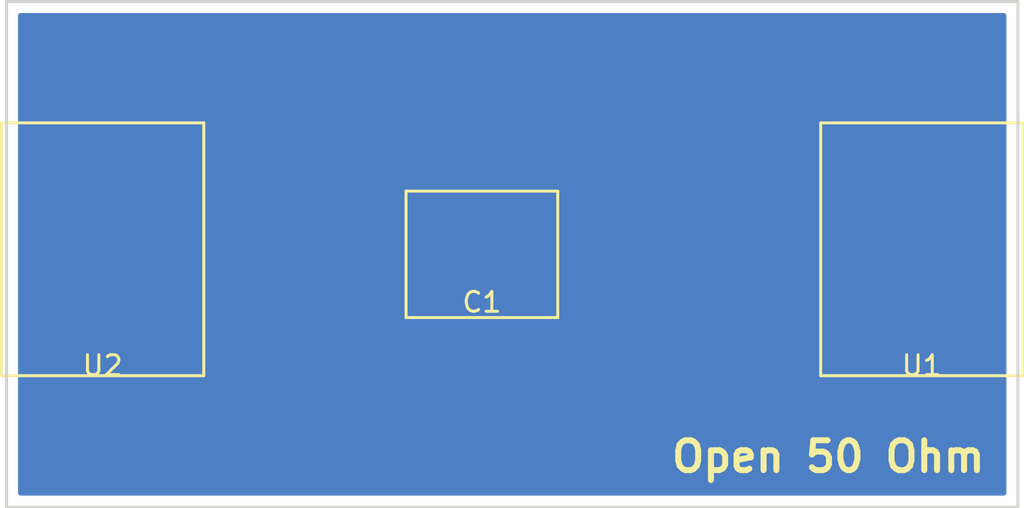
<source format=kicad_pcb>
(kicad_pcb (version 4) (host pcbnew 4.0.6)

  (general
    (links 3)
    (no_connects 0)
    (area 126.924999 83.744999 177.875001 109.295001)
    (thickness 1.6002)
    (drawings 5)
    (tracks 3)
    (zones 0)
    (modules 3)
    (nets 4)
  )

  (page A4)
  (layers
    (0 F.Cu signal)
    (31 B.Cu signal)
    (33 F.Adhes user)
    (34 B.Paste user)
    (35 F.Paste user)
    (36 B.SilkS user)
    (37 F.SilkS user)
    (38 B.Mask user hide)
    (39 F.Mask user)
    (40 Dwgs.User user)
    (41 Cmts.User user)
    (42 Eco1.User user hide)
    (43 Eco2.User user)
    (44 Edge.Cuts user)
    (45 Margin user)
    (47 F.CrtYd user)
    (49 F.Fab user)
  )

  (setup
    (last_trace_width 0.1524)
    (trace_clearance 0.1524)
    (zone_clearance 0.508)
    (zone_45_only no)
    (trace_min 0.1524)
    (segment_width 0.2)
    (edge_width 0.15)
    (via_size 0.6858)
    (via_drill 0.3302)
    (via_min_size 0.6858)
    (via_min_drill 0.3302)
    (uvia_size 0.762)
    (uvia_drill 0.508)
    (uvias_allowed no)
    (uvia_min_size 0)
    (uvia_min_drill 0)
    (pcb_text_width 0.3)
    (pcb_text_size 1.5 1.5)
    (mod_edge_width 0.15)
    (mod_text_size 1 1)
    (mod_text_width 0.15)
    (pad_size 2.921 3.81)
    (pad_drill 0)
    (pad_to_mask_clearance 0.2)
    (aux_axis_origin 0 0)
    (visible_elements 7FFFFFFF)
    (pcbplotparams
      (layerselection 0x010d0_80000001)
      (usegerberextensions true)
      (excludeedgelayer true)
      (linewidth 0.100000)
      (plotframeref false)
      (viasonmask false)
      (mode 1)
      (useauxorigin false)
      (hpglpennumber 1)
      (hpglpenspeed 20)
      (hpglpendiameter 15)
      (hpglpenoverlay 2)
      (psnegative false)
      (psa4output false)
      (plotreference false)
      (plotvalue true)
      (plotinvisibletext false)
      (padsonsilk false)
      (subtractmaskfromsilk false)
      (outputformat 1)
      (mirror false)
      (drillshape 0)
      (scaleselection 1)
      (outputdirectory gerbers/))
  )

  (net 0 "")
  (net 1 "Net-(C1-Pad2)")
  (net 2 "Net-(C1-Pad1)")
  (net 3 GND)

  (net_class Default "This is the default net class."
    (clearance 0.1524)
    (trace_width 0.1524)
    (via_dia 0.6858)
    (via_drill 0.3302)
    (uvia_dia 0.762)
    (uvia_drill 0.508)
    (add_net GND)
    (add_net "Net-(C1-Pad1)")
    (add_net "Net-(C1-Pad2)")
  )

  (module Lib_fp:cap (layer F.Cu) (tedit 59DAA369) (tstamp 5A50184E)
    (at 150.876 98.425)
    (path /59B6F8DC)
    (fp_text reference C1 (at 0 0.5) (layer F.SilkS)
      (effects (font (size 1 1) (thickness 0.15)))
    )
    (fp_text value C (at 0 -0.5) (layer F.Fab)
      (effects (font (size 1 1) (thickness 0.15)))
    )
    (fp_line (start -3.81 1.27) (end -3.81 -5.08) (layer F.SilkS) (width 0.15))
    (fp_line (start 3.81 1.27) (end -3.81 1.27) (layer F.SilkS) (width 0.15))
    (fp_line (start 3.81 -5.08) (end 3.81 1.27) (layer F.SilkS) (width 0.15))
    (fp_line (start -3.81 -5.08) (end 3.81 -5.08) (layer F.SilkS) (width 0.15))
    (pad 1 smd rect (at -1.778 -3.175) (size 2.921 2.921) (layers F.Cu F.Paste F.Mask)
      (net 2 "Net-(C1-Pad1)"))
    (pad 2 smd rect (at 1.778 -3.175) (size 2.921 2.921) (layers F.Cu F.Paste F.Mask)
      (net 1 "Net-(C1-Pad2)"))
  )

  (module Lib_fp:rfcoax (layer F.Cu) (tedit 59DA9FC6) (tstamp 5A501853)
    (at 174.244 97.536)
    (path /59C50EB8)
    (fp_text reference U1 (at -1.27 4.572) (layer F.SilkS)
      (effects (font (size 1 1) (thickness 0.15)))
    )
    (fp_text value coax (at -1.27 3.556) (layer F.Fab)
      (effects (font (size 1 1) (thickness 0.15)))
    )
    (fp_line (start -6.35 5.08) (end -6.35 -7.62) (layer F.SilkS) (width 0.15))
    (fp_line (start 3.81 5.08) (end -6.35 5.08) (layer F.SilkS) (width 0.15))
    (fp_line (start 3.81 -7.62) (end 3.81 5.08) (layer F.SilkS) (width 0.15))
    (fp_line (start -6.35 -7.62) (end 3.81 -7.62) (layer F.SilkS) (width 0.15))
    (pad 1 smd rect (at -1.27 -2.286) (size 7.62 2.921) (layers F.Cu F.Paste F.Mask)
      (net 1 "Net-(C1-Pad2)"))
    (pad 2 smd rect (at -1.27 -2.286) (size 7.62 10.16) (layers B.Cu B.Paste B.Mask)
      (net 3 GND))
  )

  (module Lib_fp:rfcoax (layer F.Cu) (tedit 59DA9FC6) (tstamp 5A501858)
    (at 133.096 97.536)
    (path /59C50E47)
    (fp_text reference U2 (at -1.27 4.572) (layer F.SilkS)
      (effects (font (size 1 1) (thickness 0.15)))
    )
    (fp_text value coax (at -1.27 3.556) (layer F.Fab)
      (effects (font (size 1 1) (thickness 0.15)))
    )
    (fp_line (start -6.35 5.08) (end -6.35 -7.62) (layer F.SilkS) (width 0.15))
    (fp_line (start 3.81 5.08) (end -6.35 5.08) (layer F.SilkS) (width 0.15))
    (fp_line (start 3.81 -7.62) (end 3.81 5.08) (layer F.SilkS) (width 0.15))
    (fp_line (start -6.35 -7.62) (end 3.81 -7.62) (layer F.SilkS) (width 0.15))
    (pad 1 smd rect (at -1.27 -2.286) (size 7.62 2.921) (layers F.Cu F.Paste F.Mask)
      (net 2 "Net-(C1-Pad1)"))
    (pad 2 smd rect (at -1.27 -2.286) (size 7.62 10.16) (layers B.Cu B.Paste B.Mask)
      (net 3 GND))
  )

  (gr_text "Open 50 Ohm\n" (at 168.275 106.68) (layer F.SilkS)
    (effects (font (size 1.5 1.5) (thickness 0.3)))
  )
  (gr_line (start 127 109.22) (end 127 83.82) (layer Edge.Cuts) (width 0.15))
  (gr_line (start 127 109.22) (end 177.8 109.22) (layer Edge.Cuts) (width 0.15))
  (gr_line (start 177.8 83.82) (end 177.8 109.22) (layer Edge.Cuts) (width 0.15))
  (gr_line (start 127 83.82) (end 177.8 83.82) (layer Edge.Cuts) (width 0.15))

  (segment (start 175.26 95.25) (end 153.543 95.25) (width 2.921) (layer F.Cu) (net 1))
  (segment (start 130.81 95.25) (end 148.59 95.25) (width 2.921) (layer F.Cu) (net 2))
  (segment (start 174.244 95.25) (end 130.556 95.25) (width 0.1524) (layer B.Cu) (net 3))

  (zone (net 3) (net_name GND) (layer B.Cu) (tstamp 0) (hatch edge 0.508)
    (connect_pads yes (clearance 0.508))
    (min_thickness 0.254)
    (fill yes (arc_segments 16) (thermal_gap 0.508) (thermal_bridge_width 0.508))
    (polygon
      (pts
        (xy 127 83.82) (xy 177.8 83.82) (xy 177.8 109.22) (xy 127 109.22)
      )
    )
    (filled_polygon
      (pts
        (xy 177.09 108.51) (xy 127.71 108.51) (xy 127.71 84.53) (xy 177.09 84.53)
      )
    )
  )
  (zone (net 3) (net_name GND) (layer B.Cu) (tstamp 0) (hatch edge 0.508)
    (connect_pads yes (clearance 0.508))
    (min_thickness 0.254)
    (fill yes (arc_segments 16) (thermal_gap 0.508) (thermal_bridge_width 0.508))
    (polygon
      (pts
        (xy 127 83.82) (xy 177.8 83.82) (xy 177.8 109.22) (xy 127 109.22)
      )
    )
    (filled_polygon
      (pts
        (xy 177.09 108.51) (xy 127.71 108.51) (xy 127.71 84.53) (xy 177.09 84.53)
      )
    )
  )
)

</source>
